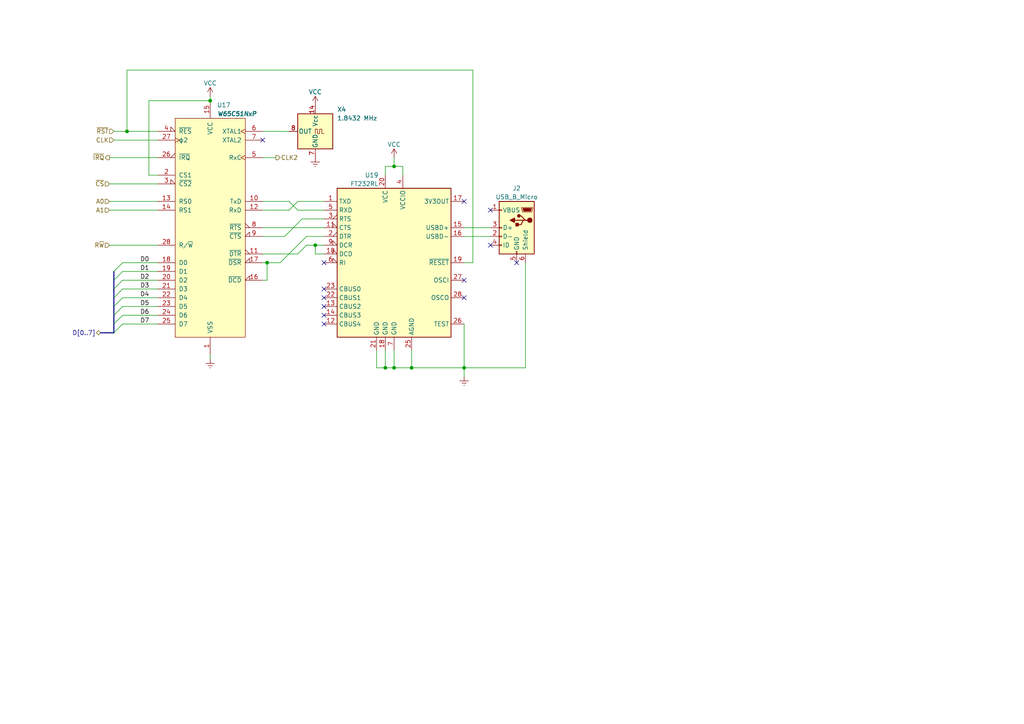
<source format=kicad_sch>
(kicad_sch (version 20230121) (generator eeschema)
  (paper "A4")
  (lib_symbols
    (symbol "65xx:W65C51NxP" (pin_names (offset 1.016))
      (property "Reference" "U" (at -10.16 33.02 0))
      (property "Value" "W65C51NxP" (at 0 0 90))
      (symbol "W65C51NxP_0_1"
        (rectangle (start -10.16 31.75) (end 10.16 -31.75) (fill (type background)))
      )
      (symbol "W65C51NxP_1_1"
        (pin power_in line (at 0 -36.83 90) (length 5.08) (name "VSS") (number "1"))
        (pin output line (at 15.24 7.62 180) (length 5.08) (name "TxD") (number "10"))
        (pin output output_low (at 15.24 -7.62 180) (length 5.08) (name "~{DTR}") (number "11"))
        (pin input line (at 15.24 5.08 180) (length 5.08) (name "RxD") (number "12"))
        (pin input line (at -15.24 7.62 0) (length 5.08) (name "RS0") (number "13"))
        (pin input line (at -15.24 5.08 0) (length 5.08) (name "RS1") (number "14"))
        (pin power_in line (at 0 36.83 270) (length 5.08) (name "VCC") (number "15"))
        (pin input input_low (at 15.24 -15.24 180) (length 5.08) (name "~{DCD}") (number "16"))
        (pin input input_low (at 15.24 -10.16 180) (length 5.08) (name "~{DSR}") (number "17"))
        (pin bidirectional line (at -15.24 -10.16 0) (length 5.08) (name "D0") (number "18"))
        (pin bidirectional line (at -15.24 -12.7 0) (length 5.08) (name "D1") (number "19"))
        (pin input line (at -15.24 15.24 0) (length 5.08) (name "CS1") (number "2"))
        (pin bidirectional line (at -15.24 -15.24 0) (length 5.08) (name "D2") (number "20"))
        (pin bidirectional line (at -15.24 -17.78 0) (length 5.08) (name "D3") (number "21"))
        (pin bidirectional line (at -15.24 -20.32 0) (length 5.08) (name "D4") (number "22"))
        (pin bidirectional line (at -15.24 -22.86 0) (length 5.08) (name "D5") (number "23"))
        (pin bidirectional line (at -15.24 -25.4 0) (length 5.08) (name "D6") (number "24"))
        (pin bidirectional line (at -15.24 -27.94 0) (length 5.08) (name "D7") (number "25"))
        (pin open_collector output_low (at -15.24 20.32 0) (length 5.08) (name "~{IRQ}") (number "26"))
        (pin input clock (at -15.24 25.4 0) (length 5.08) (name "ϕ2") (number "27"))
        (pin input line (at -15.24 -5.08 0) (length 5.08) (name "R/~{W}") (number "28"))
        (pin input input_low (at -15.24 12.7 0) (length 5.08) (name "~{CS2}") (number "3"))
        (pin input input_low (at -15.24 27.94 0) (length 5.08) (name "~{RES}") (number "4"))
        (pin bidirectional clock (at 15.24 20.32 180) (length 5.08) (name "RxC") (number "5"))
        (pin input clock (at 15.24 27.94 180) (length 5.08) (name "XTAL1") (number "6"))
        (pin output line (at 15.24 25.4 180) (length 5.08) (name "XTAL2") (number "7"))
        (pin output output_low (at 15.24 0 180) (length 5.08) (name "~{RTS}") (number "8"))
        (pin input input_low (at 15.24 -2.54 180) (length 5.08) (name "~{CTS}") (number "9"))
      )
    )
    (symbol "Connector:USB_B_Micro" (pin_names (offset 1.016))
      (property "Reference" "J" (at -5.08 11.43 0))
      (property "Value" "USB_B_Micro" (at -5.08 8.89 0))
      (symbol "USB_B_Micro_0_1"
        (rectangle (start -5.08 -7.62) (end 5.08 7.62) (stroke (width 0.254)) (fill (type background)))
        (circle (center -3.81 2.159) (radius 0.635) (stroke (width 0.254)) (fill (type outline)))
        (circle (center -0.635 3.429) (radius 0.381) (stroke (width 0.254)) (fill (type outline)))
        (rectangle (start -0.127 -7.62) (end 0.127 -6.858))
        (polyline (pts (xy -1.905 2.159) (xy 0.635 2.159)) (stroke (width 0.254)))
        (polyline (pts (xy -3.175 2.159) (xy -2.54 2.159) (xy -1.27 3.429) (xy -0.635 3.429)) (stroke (width 0.254)))
        (polyline (pts (xy -2.54 2.159) (xy -1.905 2.159) (xy -1.27 0.889) (xy 0 0.889)) (stroke (width 0.254)))
        (polyline (pts (xy 0.635 2.794) (xy 0.635 1.524) (xy 1.905 2.159) (xy 0.635 2.794)) (stroke (width 0.254)) (fill (type outline)))
        (polyline (pts (xy -4.318 5.588) (xy -1.778 5.588) (xy -2.032 4.826) (xy -4.064 4.826) (xy -4.318 5.588)) (fill (type outline)))
        (polyline (pts (xy -4.699 5.842) (xy -4.699 5.588) (xy -4.445 4.826) (xy -4.445 4.572) (xy -1.651 4.572) (xy -1.651 4.826) (xy -1.397 5.588) (xy -1.397 5.842) (xy -4.699 5.842)))
        (rectangle (start 0.254 1.27) (end -0.508 0.508) (stroke (width 0.254)) (fill (type outline)))
        (rectangle (start 5.08 -5.207) (end 4.318 -4.953))
        (rectangle (start 5.08 -2.667) (end 4.318 -2.413))
        (rectangle (start 5.08 -0.127) (end 4.318 0.127))
        (rectangle (start 5.08 4.953) (end 4.318 5.207))
      )
      (symbol "USB_B_Micro_1_1"
        (pin power_out line (at 7.62 5.08 180) (length 2.54) (name "VBUS") (number "1"))
        (pin bidirectional line (at 7.62 -2.54 180) (length 2.54) (name "D-") (number "2"))
        (pin bidirectional line (at 7.62 0 180) (length 2.54) (name "D+") (number "3"))
        (pin passive line (at 7.62 -5.08 180) (length 2.54) (name "ID") (number "4"))
        (pin power_out line (at 0 -10.16 90) (length 2.54) (name "GND") (number "5"))
        (pin passive line (at -2.54 -10.16 90) (length 2.54) (name "Shield") (number "6"))
      )
    )
    (symbol "Interface_USB:FT232RL"
      (property "Reference" "U" (at -16.51 22.86 0))
      (property "Value" "FT232RL" (at 10.16 22.86 0))
      (symbol "FT232RL_0_1"
        (rectangle (start -16.51 21.59) (end 16.51 -21.59) (stroke (width 0.254)) (fill (type background)))
      )
      (symbol "FT232RL_1_1"
        (pin output line (at 20.32 17.78 180) (length 3.81) (name "TXD") (number "1"))
        (pin input input_low (at 20.32 2.54 180) (length 3.81) (name "DCD") (number "10"))
        (pin input input_low (at 20.32 10.16 180) (length 3.81) (name "CTS") (number "11"))
        (pin bidirectional line (at 20.32 -17.78 180) (length 3.81) (name "CBUS4") (number "12"))
        (pin bidirectional line (at 20.32 -12.7 180) (length 3.81) (name "CBUS2") (number "13"))
        (pin bidirectional line (at 20.32 -15.24 180) (length 3.81) (name "CBUS3") (number "14"))
        (pin bidirectional line (at -20.32 10.16 0) (length 3.81) (name "USBD+") (number "15"))
        (pin bidirectional line (at -20.32 7.62 0) (length 3.81) (name "USBD-") (number "16"))
        (pin power_out line (at -20.32 17.78 0) (length 3.81) (name "3V3OUT") (number "17"))
        (pin power_in line (at 2.54 -25.4 90) (length 3.81) (name "GND") (number "18"))
        (pin input line (at -20.32 0 0) (length 3.81) (name "~{RESET}") (number "19"))
        (pin output output_low (at 20.32 7.62 180) (length 3.81) (name "DTR") (number "2"))
        (pin power_in line (at 2.54 25.4 270) (length 3.81) (name "VCC") (number "20"))
        (pin power_in line (at 5.08 -25.4 90) (length 3.81) (name "GND") (number "21"))
        (pin bidirectional line (at 20.32 -10.16 180) (length 3.81) (name "CBUS1") (number "22"))
        (pin bidirectional line (at 20.32 -7.62 180) (length 3.81) (name "CBUS0") (number "23"))
        (pin power_in line (at -5.08 -25.4 90) (length 3.81) (name "AGND") (number "25"))
        (pin input line (at -20.32 -17.78 0) (length 3.81) (name "TEST") (number "26"))
        (pin input line (at -20.32 -5.08 0) (length 3.81) (name "OSCI") (number "27"))
        (pin output line (at -20.32 -10.16 0) (length 3.81) (name "OSCO") (number "28"))
        (pin output output_low (at 20.32 12.7 180) (length 3.81) (name "RTS") (number "3"))
        (pin power_in line (at -2.54 25.4 270) (length 3.81) (name "VCCIO") (number "4"))
        (pin input line (at 20.32 15.24 180) (length 3.81) (name "RXD") (number "5"))
        (pin input input_low (at 20.32 0 180) (length 3.81) (name "RI") (number "6"))
        (pin power_in line (at 0 -25.4 90) (length 3.81) (name "GND") (number "7"))
        (pin input input_low (at 20.32 5.08 180) (length 3.81) (name "DCR") (number "9"))
      )
    )
    (symbol "Oscillator:ACO-xxxMHz" (pin_names (offset 0.254))
      (property "Reference" "X" (at -5.08 6.35 0))
      (property "Value" "ACO-xxxMHz" (at 1.27 -6.35 0))
      (symbol "ACO-xxxMHz_0_1"
        (rectangle (start -5.08 5.08) (end 5.08 -5.08) (stroke (width 0.254)) (fill (type background)))
        (polyline (pts (xy -2.54 -0.635) (xy -1.905 -0.635) (xy -1.905 0.635) (xy -1.27 0.635) (xy -1.27 -0.635) (xy -0.635 -0.635) (xy -0.635 0.635) (xy 0 0.635) (xy 0 -0.635)))
      )
      (symbol "ACO-xxxMHz_1_1"
        (pin no_connect line (at -5.08 2.54 0) (length 2.54) hide (name "NC") (number "1"))
        (pin power_in line (at 0 7.62 270) (length 2.54) (name "Vcc") (number "14"))
        (pin power_in line (at 0 -7.62 90) (length 2.54) (name "GND") (number "7"))
        (pin output line (at 7.62 0 180) (length 2.54) (name "OUT") (number "8"))
      )
    )
    (symbol "power:Earth" (power) (pin_names (offset 0))
      (symbol "Earth_0_1"
        (polyline (pts (xy -0.635 -1.905) (xy 0.635 -1.905)))
        (polyline (pts (xy -0.127 -2.54) (xy 0.127 -2.54)))
        (polyline (pts (xy 0 -1.27) (xy 0 0)))
        (polyline (pts (xy 1.27 -1.27) (xy -1.27 -1.27)))
      )
      (symbol "Earth_1_1"
        (pin power_in line (at 0 0 270) (length 0) hide (name "Earth") (number "1"))
      )
    )
    (symbol "power:VCC" (power) (pin_names (offset 0))
      (property "Value" "VCC" (at 0 3.81 0))
      (symbol "VCC_0_1"
        (polyline (pts (xy -0.762 1.27) (xy 0 2.54)))
        (polyline (pts (xy 0 0) (xy 0 2.54)))
        (polyline (pts (xy 0 2.54) (xy 0.762 1.27)))
      )
      (symbol "VCC_1_1"
        (pin power_in line (at 0 0 90) (length 0) hide (name "VCC") (number "1"))
      )
    )
  )
  (junction (at 119.38 106.68))
  (junction (at 77.47 76.2))
  (junction (at 91.44 71.12))
  (junction (at 134.62 106.68))
  (junction (at 36.83 38.1))
  (junction (at 114.3 106.68))
  (junction (at 60.96 29.21))
  (junction (at 114.3 48.26))
  (junction (at 111.76 106.68))
  (no_connect (at 93.98 83.82))
  (no_connect (at 142.24 60.96))
  (no_connect (at 142.24 71.12))
  (no_connect (at 134.62 86.36))
  (no_connect (at 93.98 88.9))
  (no_connect (at 134.62 81.28))
  (no_connect (at 93.98 93.98))
  (no_connect (at 76.2 40.64))
  (no_connect (at 134.62 58.42))
  (no_connect (at 149.86 76.2))
  (no_connect (at 93.98 91.44))
  (no_connect (at 93.98 76.2))
  (no_connect (at 93.98 86.36))
  (bus_entry (at 33.02 86.36) (size 2.54 -2.54))
  (bus_entry (at 33.02 96.52) (size 2.54 -2.54))
  (bus_entry (at 33.02 81.28) (size 2.54 -2.54))
  (bus_entry (at 33.02 93.98) (size 2.54 -2.54))
  (bus_entry (at 33.02 78.74) (size 2.54 -2.54))
  (bus_entry (at 33.02 88.9) (size 2.54 -2.54))
  (bus_entry (at 33.02 83.82) (size 2.54 -2.54))
  (bus_entry (at 33.02 91.44) (size 2.54 -2.54))
  (wire (pts (xy 88.9 68.58) (xy 93.98 68.58)))
  (wire (pts (xy 36.83 38.1) (xy 33.02 38.1)))
  (wire (pts (xy 35.56 86.36) (xy 45.72 86.36)))
  (wire (pts (xy 116.84 48.26) (xy 116.84 50.8)))
  (wire (pts (xy 31.75 53.34) (xy 45.72 53.34)))
  (wire (pts (xy 60.96 104.14) (xy 60.96 102.87)))
  (wire (pts (xy 81.28 76.2) (xy 88.9 68.58)))
  (wire (pts (xy 88.9 71.12) (xy 91.44 71.12)))
  (wire (pts (xy 114.3 101.6) (xy 114.3 106.68)))
  (wire (pts (xy 134.62 66.04) (xy 142.24 66.04)))
  (wire (pts (xy 83.82 60.96) (xy 86.36 58.42)))
  (wire (pts (xy 114.3 48.26) (xy 111.76 48.26)))
  (wire (pts (xy 111.76 48.26) (xy 111.76 50.8)))
  (wire (pts (xy 86.36 58.42) (xy 93.98 58.42)))
  (bus (pts (xy 33.02 88.9) (xy 33.02 91.44)))
  (bus (pts (xy 33.02 93.98) (xy 33.02 96.52)))
  (wire (pts (xy 111.76 101.6) (xy 111.76 106.68)))
  (wire (pts (xy 134.62 106.68) (xy 152.4 106.68)))
  (wire (pts (xy 93.98 73.66) (xy 91.44 73.66)))
  (wire (pts (xy 35.56 88.9) (xy 45.72 88.9)))
  (wire (pts (xy 76.2 66.04) (xy 93.98 66.04)))
  (bus (pts (xy 33.02 91.44) (xy 33.02 93.98)))
  (wire (pts (xy 31.75 58.42) (xy 45.72 58.42)))
  (wire (pts (xy 83.82 58.42) (xy 86.36 60.96)))
  (wire (pts (xy 134.62 93.98) (xy 134.62 106.68)))
  (wire (pts (xy 43.18 50.8) (xy 43.18 29.21)))
  (wire (pts (xy 31.75 71.12) (xy 45.72 71.12)))
  (wire (pts (xy 87.63 63.5) (xy 93.98 63.5)))
  (wire (pts (xy 134.62 68.58) (xy 142.24 68.58)))
  (wire (pts (xy 91.44 71.12) (xy 93.98 71.12)))
  (wire (pts (xy 31.75 60.96) (xy 45.72 60.96)))
  (wire (pts (xy 86.36 73.66) (xy 88.9 71.12)))
  (wire (pts (xy 35.56 76.2) (xy 45.72 76.2)))
  (wire (pts (xy 45.72 38.1) (xy 36.83 38.1)))
  (wire (pts (xy 76.2 45.72) (xy 80.01 45.72)))
  (wire (pts (xy 43.18 29.21) (xy 60.96 29.21)))
  (wire (pts (xy 137.16 20.32) (xy 36.83 20.32)))
  (wire (pts (xy 152.4 76.2) (xy 152.4 106.68)))
  (wire (pts (xy 86.36 60.96) (xy 93.98 60.96)))
  (wire (pts (xy 76.2 38.1) (xy 83.82 38.1)))
  (wire (pts (xy 35.56 78.74) (xy 45.72 78.74)))
  (wire (pts (xy 114.3 48.26) (xy 116.84 48.26)))
  (wire (pts (xy 35.56 91.44) (xy 45.72 91.44)))
  (wire (pts (xy 35.56 83.82) (xy 45.72 83.82)))
  (wire (pts (xy 31.75 45.72) (xy 45.72 45.72)))
  (wire (pts (xy 114.3 45.72) (xy 114.3 48.26)))
  (wire (pts (xy 35.56 81.28) (xy 45.72 81.28)))
  (wire (pts (xy 111.76 106.68) (xy 114.3 106.68)))
  (wire (pts (xy 76.2 60.96) (xy 83.82 60.96)))
  (wire (pts (xy 119.38 106.68) (xy 134.62 106.68)))
  (wire (pts (xy 109.22 101.6) (xy 109.22 106.68)))
  (wire (pts (xy 119.38 101.6) (xy 119.38 106.68)))
  (wire (pts (xy 76.2 58.42) (xy 83.82 58.42)))
  (bus (pts (xy 29.21 96.52) (xy 33.02 96.52)))
  (wire (pts (xy 60.96 27.94) (xy 60.96 29.21)))
  (wire (pts (xy 36.83 20.32) (xy 36.83 38.1)))
  (wire (pts (xy 91.44 73.66) (xy 91.44 71.12)))
  (bus (pts (xy 33.02 83.82) (xy 33.02 86.36)))
  (wire (pts (xy 77.47 81.28) (xy 77.47 76.2)))
  (wire (pts (xy 77.47 76.2) (xy 81.28 76.2)))
  (wire (pts (xy 76.2 73.66) (xy 86.36 73.66)))
  (wire (pts (xy 82.55 68.58) (xy 87.63 63.5)))
  (bus (pts (xy 33.02 86.36) (xy 33.02 88.9)))
  (wire (pts (xy 45.72 40.64) (xy 33.02 40.64)))
  (wire (pts (xy 114.3 106.68) (xy 119.38 106.68)))
  (wire (pts (xy 76.2 81.28) (xy 77.47 81.28)))
  (wire (pts (xy 134.62 76.2) (xy 137.16 76.2)))
  (wire (pts (xy 76.2 68.58) (xy 82.55 68.58)))
  (wire (pts (xy 35.56 93.98) (xy 45.72 93.98)))
  (bus (pts (xy 33.02 78.74) (xy 33.02 81.28)))
  (wire (pts (xy 134.62 106.68) (xy 134.62 109.22)))
  (wire (pts (xy 109.22 106.68) (xy 111.76 106.68)))
  (wire (pts (xy 45.72 50.8) (xy 43.18 50.8)))
  (bus (pts (xy 33.02 81.28) (xy 33.02 83.82)))
  (wire (pts (xy 137.16 20.32) (xy 137.16 76.2)))
  (wire (pts (xy 76.2 76.2) (xy 77.47 76.2)))
  (label "D5" (at 40.64 88.9 0))
  (label "D2" (at 40.64 81.28 0))
  (label "D7" (at 40.64 93.98 0))
  (label "D6" (at 40.64 91.44 0))
  (label "D0" (at 40.64 76.2 0))
  (label "D1" (at 40.64 78.74 0))
  (label "D4" (at 40.64 86.36 0))
  (label "D3" (at 40.64 83.82 0))
  (hierarchical_label "R~{W}" (shape input) (at 31.75 71.12 180))
  (hierarchical_label "A1" (shape input) (at 31.75 60.96 180))
  (hierarchical_label "CLK2" (shape output) (at 80.01 45.72 0))
  (hierarchical_label "~{CS}" (shape input) (at 31.75 53.34 180) (property "Intersheetrefs" "${INTERSHEET_REFS}" (effects hide)))
  (hierarchical_label "D[0..7]" (shape tri_state) (at 29.21 96.52 180))
  (hierarchical_label "A0" (shape input) (at 31.75 58.42 180))
  (hierarchical_label "~{IRQ}" (shape output) (at 31.75 45.72 180))
  (hierarchical_label "~{RST}" (shape input) (at 33.02 38.1 180))
  (hierarchical_label "CLK" (shape input) (at 33.02 40.64 180))
  (symbol (lib_id "power:VCC") (at 114.3 45.72 0) (unit 1)
    (property "Reference" "#PWR027" (effects hide))
    (property "Value" "+5V" (at 114.3 41.91 0))
  )
  (symbol (lib_id "power:Earth") (at 134.62 109.22 0) (unit 1)
    (property "Reference" "#PWR036" (effects hide))
    (property "Value" "Earth" (effects hide))
    (instances (project "rod6502" (path "" (reference "#PWR036") (unit 1)) (path "" (reference "#PWR029") (unit 1))))
  )
  (symbol (lib_id "power:Earth") (at 60.96 104.14 0) (unit 1)
    (property "Reference" "#PWR022" (effects hide))
    (property "Value" "Earth" (effects hide))
    (instances (project "rod6502" (path "" (reference "#PWR022") (unit 1)) (path "" (reference "#PWR028") (unit 1))))
  )
  (symbol (lib_id "65xx:W65C51NxP") (at 60.96 66.04 0) (unit 1)
    (property "Reference" "U17" (at 62.9159 30.48 0) (effects (justify left)))
    (property "Value" "W65C51NxP" (at 62.9159 33.02 0) (effects (font bold italic) (justify left)))
    (property "Footprint" "Package_DIP:DIP-28_W15.24mm" (effects hide))
    (property "Datasheet" "http://www.westerndesigncenter.com/wdc/documentation/w65c51n.pdf" (effects hide))
    (instances (project "rod6502" (path "" (reference "U17") (unit 1)) (path "" (reference "U11") (unit 1))))
  )
  (symbol (lib_id "power:VCC") (at 60.96 27.94 0) (unit 1)
    (property "Reference" "#PWR021" (effects hide))
    (property "Value" "+5V" (at 60.96 24.13 0))
    (instances (project "rod6502" (path "" (reference "#PWR021") (unit 1)) (path "" (reference "#PWR024") (unit 1))))
  )
  (symbol (lib_id "Interface_USB:FT232RL") (at 114.3 76.2 0) (mirror y) (unit 1)
    (property "Reference" "U19" (at 109.8041 50.8 0) (effects (justify left)))
    (property "Value" "FT232RL" (at 109.8041 53.34 0) (effects (justify left)))
    (property "Footprint" "Package_SO:SSOP-28_5.3x10.2mm_P0.65mm" (effects hide))
    (property "Datasheet" "https://www.ftdichip.com/Support/Documents/DataSheets/ICs/DS_FT232R.pdf" (effects hide))
    (instances (project "rod6502" (path "" (reference "U19") (unit 1)) (path "" (reference "U12") (unit 1))))
  )
  (symbol (lib_id "power:VCC") (at 91.44 30.48 0) (unit 1)
    (property "Reference" "#PWR025" (effects hide))
    (property "Value" "+5V" (at 91.44 26.67 0))
  )
  (symbol (lib_id "power:Earth") (at 91.44 45.72 0) (unit 1)
    (property "Reference" "#PWR026" (effects hide))
    (property "Value" "Earth" (effects hide))
  )
  (symbol (lib_id "Connector:USB_B_Micro") (at 149.86 66.04 0) (mirror y) (unit 1)
    (property "Reference" "J2" (at 149.86 54.61 0))
    (property "Value" "USB_B_Micro" (at 149.86 57.15 0))
    (instances (project "rod6502" (path "" (reference "J2") (unit 1)) (path "" (reference "J3") (unit 1))))
  )
  (symbol (lib_id "Oscillator:ACO-xxxMHz") (at 91.44 38.1 0) (mirror y) (unit 1)
    (property "Reference" "X4" (at 97.79 31.75 0) (effects (justify right)))
    (property "Value" "1.8432 MHz" (at 97.79 34.29 0) (effects (justify right)))
    (property "Footprint" "Oscillator:Oscillator_DIP-14" (effects hide))
    (property "Datasheet" "http://www.conwin.com/datasheets/cx/cx030.pdf" (effects hide))
    (instances (project "rod6502" (path "" (reference "X4") (unit 1)) (path "" (reference "X1") (unit 1))))
  )
)
</source>
